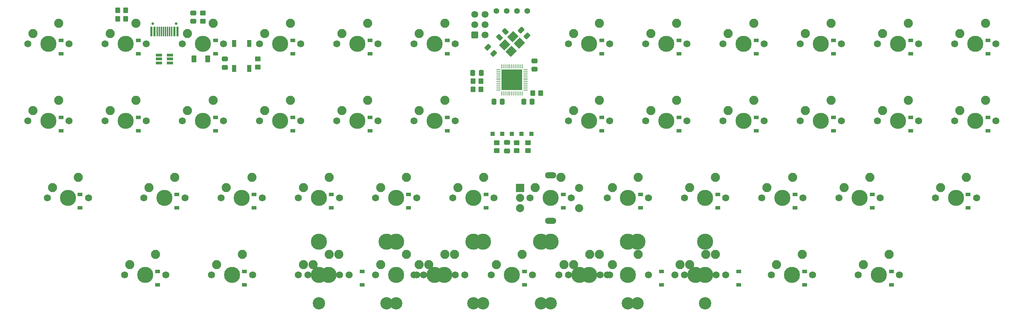
<source format=gbs>
%TF.GenerationSoftware,KiCad,Pcbnew,7.0.6*%
%TF.CreationDate,2023-09-02T22:40:38-04:00*%
%TF.ProjectId,Vault45_alpha,5661756c-7434-4355-9f61-6c7068612e6b,rev?*%
%TF.SameCoordinates,PX18faf56PY663131a*%
%TF.FileFunction,Soldermask,Bot*%
%TF.FilePolarity,Negative*%
%FSLAX46Y46*%
G04 Gerber Fmt 4.6, Leading zero omitted, Abs format (unit mm)*
G04 Created by KiCad (PCBNEW 7.0.6) date 2023-09-02 22:40:38*
%MOMM*%
%LPD*%
G01*
G04 APERTURE LIST*
G04 Aperture macros list*
%AMRoundRect*
0 Rectangle with rounded corners*
0 $1 Rounding radius*
0 $2 $3 $4 $5 $6 $7 $8 $9 X,Y pos of 4 corners*
0 Add a 4 corners polygon primitive as box body*
4,1,4,$2,$3,$4,$5,$6,$7,$8,$9,$2,$3,0*
0 Add four circle primitives for the rounded corners*
1,1,$1+$1,$2,$3*
1,1,$1+$1,$4,$5*
1,1,$1+$1,$6,$7*
1,1,$1+$1,$8,$9*
0 Add four rect primitives between the rounded corners*
20,1,$1+$1,$2,$3,$4,$5,0*
20,1,$1+$1,$4,$5,$6,$7,0*
20,1,$1+$1,$6,$7,$8,$9,0*
20,1,$1+$1,$8,$9,$2,$3,0*%
%AMRotRect*
0 Rectangle, with rotation*
0 The origin of the aperture is its center*
0 $1 length*
0 $2 width*
0 $3 Rotation angle, in degrees counterclockwise*
0 Add horizontal line*
21,1,$1,$2,0,0,$3*%
G04 Aperture macros list end*
%ADD10C,2.000000*%
%ADD11R,2.000000X2.000000*%
%ADD12O,2.800000X1.500000*%
%ADD13C,3.048000*%
%ADD14C,3.987800*%
%ADD15C,1.750000*%
%ADD16C,2.250000*%
%ADD17R,1.000000X1.000000*%
%ADD18C,1.397000*%
%ADD19R,1.200000X0.900000*%
%ADD20RoundRect,0.250000X-0.350000X-0.450000X0.350000X-0.450000X0.350000X0.450000X-0.350000X0.450000X0*%
%ADD21RotRect,2.100000X1.800000X225.000000*%
%ADD22RoundRect,0.250000X0.475000X-0.337500X0.475000X0.337500X-0.475000X0.337500X-0.475000X-0.337500X0*%
%ADD23RoundRect,0.250000X-0.337500X-0.475000X0.337500X-0.475000X0.337500X0.475000X-0.337500X0.475000X0*%
%ADD24RoundRect,0.250000X0.350000X0.450000X-0.350000X0.450000X-0.350000X-0.450000X0.350000X-0.450000X0*%
%ADD25RoundRect,0.062500X-0.475000X-0.062500X0.475000X-0.062500X0.475000X0.062500X-0.475000X0.062500X0*%
%ADD26RoundRect,0.062500X-0.062500X-0.475000X0.062500X-0.475000X0.062500X0.475000X-0.062500X0.475000X0*%
%ADD27R,5.200000X5.200000*%
%ADD28R,1.100000X1.800000*%
%ADD29RoundRect,0.250000X0.097227X-0.574524X0.574524X-0.097227X-0.097227X0.574524X-0.574524X0.097227X0*%
%ADD30RoundRect,0.250000X0.337500X0.475000X-0.337500X0.475000X-0.337500X-0.475000X0.337500X-0.475000X0*%
%ADD31RoundRect,0.250000X-0.450000X0.350000X-0.450000X-0.350000X0.450000X-0.350000X0.450000X0.350000X0*%
%ADD32RoundRect,0.250000X-0.475000X0.337500X-0.475000X-0.337500X0.475000X-0.337500X0.475000X0.337500X0*%
%ADD33C,0.650000*%
%ADD34R,0.600000X2.450000*%
%ADD35R,0.300000X2.450000*%
%ADD36RoundRect,0.250000X-0.600000X-0.600000X0.600000X-0.600000X0.600000X0.600000X-0.600000X0.600000X0*%
%ADD37C,1.700000*%
%ADD38R,1.560000X0.650000*%
%ADD39RoundRect,0.250000X0.574524X0.097227X0.097227X0.574524X-0.574524X-0.097227X-0.097227X-0.574524X0*%
%ADD40RoundRect,0.210527X-0.389473X-0.664473X0.389473X-0.664473X0.389473X0.664473X-0.389473X0.664473X0*%
%ADD41RoundRect,0.250000X0.450000X-0.350000X0.450000X0.350000X-0.450000X0.350000X-0.450000X-0.350000X0*%
G04 APERTURE END LIST*
D10*
X140350000Y31074730D03*
X140350000Y26074730D03*
X125850000Y28574730D03*
X125850000Y26074730D03*
D11*
X125850000Y31074730D03*
D12*
X133387300Y34174730D03*
X133350000Y22974730D03*
D13*
X152400126Y2539918D03*
D14*
X123825126Y9524918D03*
D13*
X95250126Y2539918D03*
D15*
X128905126Y9524918D03*
D14*
X95250126Y17779918D03*
X152400126Y17779918D03*
D15*
X118745126Y9524918D03*
D16*
X120015126Y12064918D03*
X126365126Y14604918D03*
D14*
X171450150Y17779918D03*
X133350150Y17779918D03*
D13*
X171450150Y2539918D03*
X133350150Y2539918D03*
D15*
X157480150Y9524918D03*
X147320150Y9524918D03*
D14*
X152400150Y9524918D03*
D16*
X148590150Y12064918D03*
X154940150Y14604918D03*
D14*
X114300102Y17779918D03*
X76200102Y17779918D03*
D13*
X114300102Y2539918D03*
X76200102Y2539918D03*
D15*
X100330102Y9524918D03*
X90170102Y9524918D03*
D14*
X95250102Y9524918D03*
D16*
X91440102Y12064918D03*
X97790102Y14604918D03*
D15*
X71120000Y28574730D03*
D14*
X76200000Y28574730D03*
D15*
X81280000Y28574730D03*
D16*
X72390000Y31114730D03*
X78740000Y33654730D03*
D15*
X28257500Y9525000D03*
D14*
X33337500Y9525000D03*
D15*
X38417500Y9525000D03*
D16*
X29527500Y12065000D03*
X35877500Y14605000D03*
D15*
X90170000Y28574730D03*
D14*
X95250000Y28574730D03*
D15*
X100330000Y28574730D03*
D16*
X91440000Y31114730D03*
X97790000Y33654730D03*
D15*
X204470000Y28574730D03*
D14*
X209550000Y28574730D03*
D15*
X214630000Y28574730D03*
D16*
X205740000Y31114730D03*
X212090000Y33654730D03*
D15*
X156845000Y47624730D03*
D14*
X161925000Y47624730D03*
D15*
X167005000Y47624730D03*
D16*
X158115000Y50164730D03*
X164465000Y52704730D03*
D15*
X194945000Y66674730D03*
D14*
X200025000Y66674730D03*
D15*
X205105000Y66674730D03*
D16*
X196215000Y69214730D03*
X202565000Y71754730D03*
D15*
X73501250Y9525000D03*
D14*
X78581250Y9525000D03*
D15*
X83661250Y9525000D03*
D16*
X74771250Y12065000D03*
X81121250Y14605000D03*
D15*
X4445000Y66674730D03*
D14*
X9525000Y66674730D03*
D15*
X14605000Y66674730D03*
D16*
X5715000Y69214730D03*
X12065000Y71754730D03*
D15*
X213995000Y66674730D03*
D14*
X219075000Y66674730D03*
D15*
X224155000Y66674730D03*
D16*
X215265000Y69214730D03*
X221615000Y71754730D03*
D17*
X123825000Y44449730D03*
D15*
X49688750Y9524730D03*
D14*
X54768750Y9524730D03*
D15*
X59848750Y9524730D03*
D16*
X50958750Y12064730D03*
X57308750Y14604730D03*
D15*
X175895000Y66674730D03*
D14*
X180975000Y66674730D03*
D15*
X186055000Y66674730D03*
D16*
X177165000Y69214730D03*
X183515000Y71754730D03*
D15*
X185420000Y28574730D03*
D14*
X190500000Y28574730D03*
D15*
X195580000Y28574730D03*
D16*
X186690000Y31114730D03*
X193040000Y33654730D03*
D15*
X194945000Y47624730D03*
D14*
X200025000Y47624730D03*
D15*
X205105000Y47624730D03*
D16*
X196215000Y50164730D03*
X202565000Y52704730D03*
D15*
X156845000Y66674730D03*
D14*
X161925000Y66674730D03*
D15*
X167005000Y66674730D03*
D16*
X158115000Y69214730D03*
X164465000Y71754730D03*
D15*
X23495000Y47624730D03*
D14*
X28575000Y47624730D03*
D15*
X33655000Y47624730D03*
D16*
X24765000Y50164730D03*
X31115000Y52704730D03*
D17*
X121443750Y44449730D03*
D15*
X61595000Y47624730D03*
D14*
X66675000Y47624730D03*
D15*
X71755000Y47624730D03*
D16*
X62865000Y50164730D03*
X69215000Y52704730D03*
D15*
X128270000Y28574730D03*
D14*
X133350000Y28574730D03*
D15*
X138430000Y28574730D03*
D16*
X129540000Y31114730D03*
X135890000Y33654730D03*
D15*
X42545000Y47624730D03*
D14*
X47625000Y47624730D03*
D15*
X52705000Y47624730D03*
D16*
X43815000Y50164730D03*
X50165000Y52704730D03*
D17*
X119062500Y44449730D03*
D15*
X213995000Y47624730D03*
D14*
X219075000Y47624730D03*
D15*
X224155000Y47624730D03*
D16*
X215265000Y50164730D03*
X221615000Y52704730D03*
X173990166Y14604918D03*
X167640166Y12064918D03*
D15*
X176530166Y9524918D03*
D14*
X171450166Y9524918D03*
D15*
X166370166Y9524918D03*
X137795000Y47624730D03*
D14*
X142875000Y47624730D03*
D15*
X147955000Y47624730D03*
D16*
X139065000Y50164730D03*
X145415000Y52704730D03*
D15*
X33020000Y28574730D03*
D14*
X38100000Y28574730D03*
D15*
X43180000Y28574730D03*
D16*
X34290000Y31114730D03*
X40640000Y33654730D03*
D17*
X126206250Y44449730D03*
D15*
X102076250Y9525000D03*
D14*
X107156250Y9525000D03*
D15*
X112236250Y9525000D03*
D16*
X103346250Y12065000D03*
X109696250Y14605000D03*
D15*
X147320000Y28574730D03*
D14*
X152400000Y28574730D03*
D15*
X157480000Y28574730D03*
D16*
X148590000Y31114730D03*
X154940000Y33654730D03*
D15*
X99695000Y66674730D03*
D14*
X104775000Y66674730D03*
D15*
X109855000Y66674730D03*
D16*
X100965000Y69214730D03*
X107315000Y71754730D03*
D15*
X4445000Y47624730D03*
D14*
X9525000Y47624730D03*
D15*
X14605000Y47624730D03*
D16*
X5715000Y50164730D03*
X12065000Y52704730D03*
D14*
X92868750Y17779730D03*
D13*
X92868750Y2539730D03*
D15*
X99695000Y9524730D03*
D14*
X104775000Y9524730D03*
D15*
X109855000Y9524730D03*
D14*
X116681250Y17779730D03*
D13*
X116681250Y2539730D03*
D16*
X100965000Y12064730D03*
X107315000Y14604730D03*
D17*
X128587500Y44449730D03*
D15*
X9207467Y28574934D03*
D14*
X14287467Y28574934D03*
D15*
X19367467Y28574934D03*
D16*
X10477467Y31114934D03*
X16827467Y33654934D03*
D15*
X42545000Y66674730D03*
D14*
X47625000Y66674730D03*
D15*
X52705000Y66674730D03*
D16*
X43815000Y69214730D03*
X50165000Y71754730D03*
D15*
X71120000Y9524730D03*
D14*
X76200000Y9524730D03*
D15*
X81280000Y9524730D03*
D16*
X72390000Y12064730D03*
X78740000Y14604730D03*
D15*
X99695000Y47624730D03*
D14*
X104775000Y47624730D03*
D15*
X109855000Y47624730D03*
D16*
X100965000Y50164730D03*
X107315000Y52704730D03*
D15*
X233045000Y66674730D03*
D14*
X238125000Y66674730D03*
D15*
X243205000Y66674730D03*
D16*
X234315000Y69214730D03*
X240665000Y71754730D03*
D15*
X80645000Y66674730D03*
D14*
X85725000Y66674730D03*
D15*
X90805000Y66674730D03*
D16*
X81915000Y69214730D03*
X88265000Y71754730D03*
D15*
X233045000Y47624730D03*
D14*
X238125000Y47624730D03*
D15*
X243205000Y47624730D03*
D16*
X234315000Y50164730D03*
X240665000Y52704730D03*
D15*
X228282500Y28574730D03*
D14*
X233362500Y28574730D03*
D15*
X238442500Y28574730D03*
D16*
X229552500Y31114730D03*
X235902500Y33654730D03*
D15*
X166370000Y28574730D03*
D14*
X171450000Y28574730D03*
D15*
X176530000Y28574730D03*
D16*
X167640000Y31114730D03*
X173990000Y33654730D03*
D15*
X135413750Y9524730D03*
D14*
X140493750Y9524730D03*
D15*
X145573750Y9524730D03*
D16*
X136683750Y12064730D03*
X143033750Y14604730D03*
D18*
X127635104Y74879778D03*
X125095104Y74879778D03*
X122555104Y74879778D03*
X120015104Y74879778D03*
D15*
X209232702Y9524918D03*
D14*
X214312702Y9524918D03*
D15*
X219392702Y9524918D03*
D16*
X210502702Y12064918D03*
X216852702Y14604918D03*
D15*
X80645000Y47624730D03*
D14*
X85725000Y47624730D03*
D15*
X90805000Y47624730D03*
D16*
X81915000Y50164730D03*
X88265000Y52704730D03*
D14*
X130968750Y17780000D03*
D13*
X130968750Y2540000D03*
D15*
X137795000Y9525000D03*
D14*
X142875000Y9525000D03*
D15*
X147955000Y9525000D03*
D14*
X154781250Y17780000D03*
D13*
X154781250Y2540000D03*
D16*
X139065000Y12065000D03*
X145415000Y14605000D03*
D15*
X163988750Y9524918D03*
D14*
X169068750Y9524918D03*
D15*
X174148750Y9524918D03*
D16*
X165258750Y12064918D03*
X171608750Y14604918D03*
D15*
X137795000Y66674730D03*
D14*
X142875000Y66674730D03*
D15*
X147955000Y66674730D03*
D16*
X139065000Y69214730D03*
X145415000Y71754730D03*
D15*
X109220000Y28574730D03*
D14*
X114300000Y28574730D03*
D15*
X119380000Y28574730D03*
D16*
X110490000Y31114730D03*
X116840000Y33654730D03*
D15*
X187801434Y9524918D03*
D14*
X192881434Y9524918D03*
D15*
X197961434Y9524918D03*
D16*
X189071434Y12064918D03*
X195421434Y14604918D03*
D15*
X52070000Y28574730D03*
D14*
X57150000Y28574730D03*
D15*
X62230000Y28574730D03*
D16*
X53340000Y31114730D03*
X59690000Y33654730D03*
D15*
X175895000Y47624730D03*
D14*
X180975000Y47624730D03*
D15*
X186055000Y47624730D03*
D16*
X177165000Y50164730D03*
X183515000Y52704730D03*
D15*
X23495000Y66674730D03*
D14*
X28575000Y66674730D03*
D15*
X33655000Y66674730D03*
D16*
X24765000Y69214730D03*
X31115000Y71754730D03*
D15*
X61595000Y66674730D03*
D14*
X66675000Y66674730D03*
D15*
X71755000Y66674730D03*
D16*
X62865000Y69214730D03*
X69215000Y71754730D03*
D19*
X60250630Y26130980D03*
X60250630Y29430980D03*
D20*
X114193259Y57503477D03*
X116193259Y57503477D03*
D21*
X125663478Y66886862D03*
X123612868Y64836252D03*
X121986522Y66462598D03*
X124037132Y68513208D03*
D22*
X45243910Y72292701D03*
X45243910Y74367701D03*
D19*
X79301418Y26130980D03*
X79301418Y29430980D03*
X160734532Y7080980D03*
X160734532Y10380980D03*
X241226512Y45180980D03*
X241226512Y48480980D03*
X165026512Y45180980D03*
X165026512Y48480980D03*
X50718439Y45180980D03*
X50718439Y48480980D03*
X241226512Y64230980D03*
X241226512Y67530980D03*
X126924918Y7080980D03*
X126924918Y10380980D03*
X179784548Y7080980D03*
X179784548Y10380980D03*
D23*
X119368750Y52387230D03*
X121443750Y52387230D03*
D24*
X130923791Y54557395D03*
X128923791Y54557395D03*
D19*
X222176512Y45180980D03*
X222176512Y48480980D03*
D25*
X120487500Y55284908D03*
X120487500Y55784908D03*
X120487500Y56284908D03*
X120487500Y56784908D03*
X120487500Y57284908D03*
X120487500Y57784908D03*
X120487500Y58284908D03*
X120487500Y58784908D03*
X120487500Y59284908D03*
X120487500Y59784908D03*
X120487500Y60284908D03*
D26*
X121325000Y61122408D03*
X121825000Y61122408D03*
X122325000Y61122408D03*
X122825000Y61122408D03*
X123325000Y61122408D03*
X123825000Y61122408D03*
X124325000Y61122408D03*
X124825000Y61122408D03*
X125325000Y61122408D03*
X125825000Y61122408D03*
X126325000Y61122408D03*
D25*
X127162500Y60284908D03*
X127162500Y59784908D03*
X127162500Y59284908D03*
X127162500Y58784908D03*
X127162500Y58284908D03*
X127162500Y57784908D03*
X127162500Y57284908D03*
X127162500Y56784908D03*
X127162500Y56284908D03*
X127162500Y55784908D03*
X127162500Y55284908D03*
D26*
X126325000Y54447408D03*
X125825000Y54447408D03*
X125325000Y54447408D03*
X124825000Y54447408D03*
X124325000Y54447408D03*
X123825000Y54447408D03*
X123325000Y54447408D03*
X122825000Y54447408D03*
X122325000Y54447408D03*
X121825000Y54447408D03*
X121325000Y54447408D03*
D27*
X123825000Y57784908D03*
D19*
X41199842Y26130980D03*
X41199842Y29430980D03*
X236339216Y26130980D03*
X236339216Y29430980D03*
D28*
X55300000Y66798221D03*
X55300000Y60598221D03*
X59000000Y66798221D03*
X59000000Y60598221D03*
D29*
X120710127Y68322357D03*
X122177373Y69789603D03*
D19*
X31669135Y64230980D03*
X31669135Y67530980D03*
D30*
X116230759Y59530980D03*
X114155759Y59530980D03*
D19*
X12619831Y45180980D03*
X12619831Y48480980D03*
D31*
X47625160Y74330201D03*
X47625160Y72330201D03*
D19*
X195981226Y7080980D03*
X195981226Y10380980D03*
X203126512Y64230980D03*
X203126512Y67530980D03*
D22*
X129365549Y60415926D03*
X129365549Y62490926D03*
D19*
X69767743Y64230980D03*
X69767743Y67530980D03*
X145976512Y64230980D03*
X145976512Y67530980D03*
D32*
X52982857Y62949782D03*
X52982857Y60874782D03*
D19*
X107866352Y45180980D03*
X107866352Y48480980D03*
X86915720Y7080980D03*
X86915720Y10380980D03*
D24*
X26575112Y72925515D03*
X28575112Y72925515D03*
D19*
X222176512Y64230980D03*
X222176512Y67530980D03*
X184076512Y45180980D03*
X184076512Y48480980D03*
D22*
X122605590Y40237230D03*
X122605590Y42312230D03*
D31*
X124986840Y42274730D03*
X124986840Y40274730D03*
D19*
X136453782Y26130980D03*
X136453782Y29430980D03*
X174555358Y26130980D03*
X174555358Y29430980D03*
D24*
X28575112Y75009114D03*
X26575112Y75009114D03*
D33*
X35210032Y71735913D03*
X40990032Y71735913D03*
D34*
X34875032Y69790913D03*
X35650032Y69790913D03*
D35*
X36350032Y69790913D03*
X36850032Y69790913D03*
X37350032Y69790913D03*
X37850032Y69790913D03*
X38350032Y69790913D03*
X38850032Y69790913D03*
X39350032Y69790913D03*
X39850032Y69790913D03*
D34*
X40550032Y69790913D03*
X41325032Y69790913D03*
D19*
X117402994Y26130980D03*
X117402994Y29430980D03*
X50718439Y64230980D03*
X50718439Y67530980D03*
X203126512Y45180980D03*
X203126512Y48480980D03*
D36*
X114617500Y68897230D03*
D37*
X117157500Y68897230D03*
X114617500Y71437230D03*
X117157500Y71437230D03*
X114617500Y73977230D03*
X117157500Y73977230D03*
D19*
X98352206Y26130980D03*
X98352206Y29430980D03*
X193606146Y26130980D03*
X193606146Y29430980D03*
D38*
X36727132Y61999782D03*
X36727132Y62949782D03*
X36727132Y63899782D03*
X39427132Y63899782D03*
X39427132Y62949782D03*
X39427132Y61999782D03*
D31*
X127793750Y42274730D03*
X127793750Y40274730D03*
D39*
X127535505Y68620188D03*
X126068259Y70087434D03*
D19*
X212656940Y26130980D03*
X212656940Y29430980D03*
X184076512Y64230980D03*
X184076512Y67530980D03*
X107866352Y64230980D03*
X107866352Y67530980D03*
D40*
X45415666Y62949782D03*
X48815666Y62949782D03*
D19*
X88817047Y64230980D03*
X88817047Y67530980D03*
X17264032Y26130980D03*
X17264032Y29430980D03*
X57868610Y7080980D03*
X57868610Y10380980D03*
X155504570Y26130980D03*
X155504570Y29430980D03*
X145976512Y45180980D03*
X145976512Y48480980D03*
X88817047Y45180980D03*
X88817047Y48480980D03*
X165026512Y64230980D03*
X165026512Y67530980D03*
D20*
X114193259Y55471477D03*
X116193259Y55471477D03*
D41*
X61118750Y60949782D03*
X61118750Y62949782D03*
D19*
X69767743Y45180980D03*
X69767743Y48480980D03*
X31669135Y45180980D03*
X31669135Y48480980D03*
D41*
X120062500Y40274730D03*
X120062500Y42274730D03*
D19*
X12619831Y64230980D03*
X12619831Y67530980D03*
D39*
X119312507Y64366013D03*
X117845261Y65833259D03*
D30*
X128831250Y52387230D03*
X126756250Y52387230D03*
D19*
X36437342Y7080980D03*
X36437342Y10380980D03*
X217412494Y7080980D03*
X217412494Y10380980D03*
M02*

</source>
